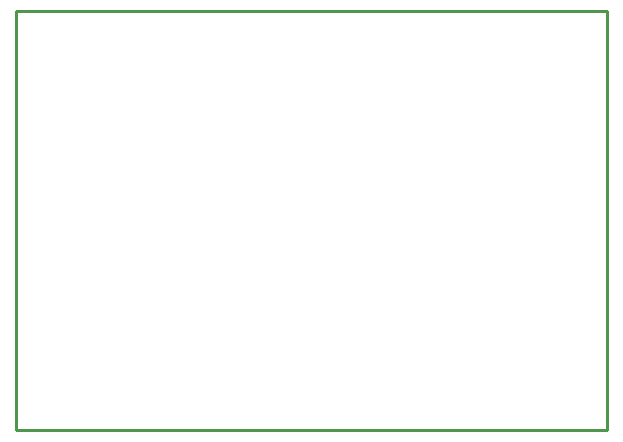
<source format=gko>
G04 Layer: BoardOutline*
G04 EasyEDA v6.4.19.4, 2021-06-20T15:31:19+02:00*
G04 e6e026fb29b945aabfb51621ac71b843,10*
G04 Gerber Generator version 0.2*
G04 Scale: 100 percent, Rotated: No, Reflected: No *
G04 Dimensions in millimeters *
G04 leading zeros omitted , absolute positions ,4 integer and 5 decimal *
%FSLAX45Y45*%
%MOMM*%

%ADD10C,0.2540*%
D10*
X855979Y9144000D02*
G01*
X5855970Y9144000D01*
X5855970Y5600700D01*
X855979Y5600700D01*
X855979Y9144000D01*

%LPD*%
M02*

</source>
